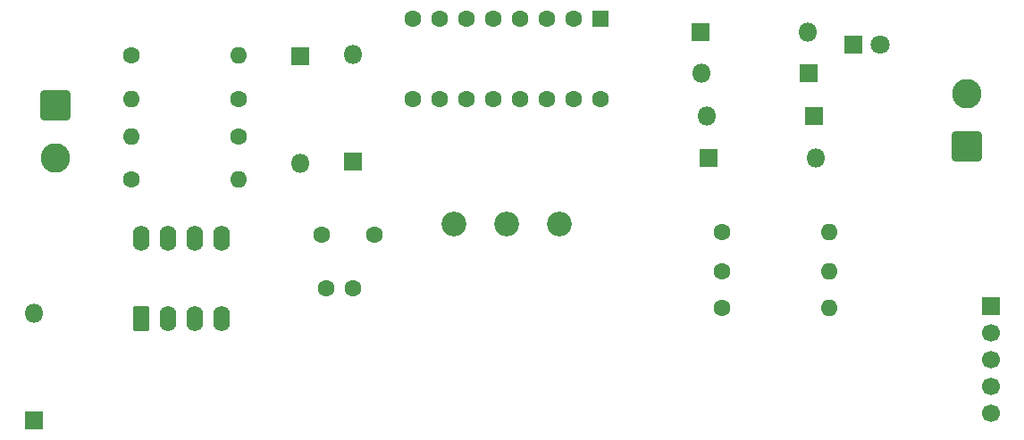
<source format=gbr>
%TF.GenerationSoftware,KiCad,Pcbnew,9.0.1*%
%TF.CreationDate,2025-06-19T22:28:31-04:00*%
%TF.ProjectId,fps555-v5.2,66707335-3535-42d7-9635-2e322e6b6963,rev?*%
%TF.SameCoordinates,Original*%
%TF.FileFunction,Soldermask,Top*%
%TF.FilePolarity,Negative*%
%FSLAX46Y46*%
G04 Gerber Fmt 4.6, Leading zero omitted, Abs format (unit mm)*
G04 Created by KiCad (PCBNEW 9.0.1) date 2025-06-19 22:28:31*
%MOMM*%
%LPD*%
G01*
G04 APERTURE LIST*
G04 Aperture macros list*
%AMRoundRect*
0 Rectangle with rounded corners*
0 $1 Rounding radius*
0 $2 $3 $4 $5 $6 $7 $8 $9 X,Y pos of 4 corners*
0 Add a 4 corners polygon primitive as box body*
4,1,4,$2,$3,$4,$5,$6,$7,$8,$9,$2,$3,0*
0 Add four circle primitives for the rounded corners*
1,1,$1+$1,$2,$3*
1,1,$1+$1,$4,$5*
1,1,$1+$1,$6,$7*
1,1,$1+$1,$8,$9*
0 Add four rect primitives between the rounded corners*
20,1,$1+$1,$2,$3,$4,$5,0*
20,1,$1+$1,$4,$5,$6,$7,0*
20,1,$1+$1,$6,$7,$8,$9,0*
20,1,$1+$1,$8,$9,$2,$3,0*%
G04 Aperture macros list end*
%ADD10C,1.600000*%
%ADD11R,1.800000X1.800000*%
%ADD12O,1.800000X1.800000*%
%ADD13RoundRect,0.250000X0.550000X-0.950000X0.550000X0.950000X-0.550000X0.950000X-0.550000X-0.950000X0*%
%ADD14O,1.600000X2.400000*%
%ADD15O,1.600000X1.600000*%
%ADD16C,1.800000*%
%ADD17RoundRect,0.250001X1.149999X-1.149999X1.149999X1.149999X-1.149999X1.149999X-1.149999X-1.149999X0*%
%ADD18C,2.800000*%
%ADD19R,1.700000X1.700000*%
%ADD20C,1.700000*%
%ADD21RoundRect,0.250000X-0.550000X0.550000X-0.550000X-0.550000X0.550000X-0.550000X0.550000X0.550000X0*%
%ADD22RoundRect,0.250001X-1.149999X1.149999X-1.149999X-1.149999X1.149999X-1.149999X1.149999X1.149999X0*%
%ADD23C,2.340000*%
G04 APERTURE END LIST*
D10*
%TO.C,C2*%
X89503900Y-76899000D03*
X84503900Y-76899000D03*
%TD*%
D11*
%TO.C,D6*%
X120394639Y-57737081D03*
D12*
X130554639Y-57737081D03*
%TD*%
D13*
%TO.C,U1*%
X67453900Y-84899000D03*
D14*
X69993900Y-84899000D03*
X72533900Y-84899000D03*
X75073900Y-84899000D03*
X75073900Y-77279000D03*
X72533900Y-77279000D03*
X69993900Y-77279000D03*
X67453900Y-77279000D03*
%TD*%
D11*
%TO.C,D7*%
X130701552Y-61617072D03*
D12*
X120541552Y-61617072D03*
%TD*%
D10*
%TO.C,R5*%
X122453900Y-80399000D03*
D15*
X132613900Y-80399000D03*
%TD*%
D11*
%TO.C,D1*%
X134913900Y-58899000D03*
D16*
X137453900Y-58899000D03*
%TD*%
D10*
%TO.C,C1*%
X84953900Y-82032326D03*
X87453900Y-82032326D03*
%TD*%
D17*
%TO.C,M1*%
X145639567Y-68551775D03*
D18*
X145639567Y-63551775D03*
%TD*%
D19*
%TO.C,U3*%
X147953900Y-83739000D03*
D20*
X147953900Y-86279000D03*
X147953900Y-88819000D03*
X147953900Y-91359000D03*
X147953900Y-93899000D03*
%TD*%
D10*
%TO.C,R4*%
X66497108Y-71666498D03*
D15*
X76657108Y-71666498D03*
%TD*%
D10*
%TO.C,R2*%
X66497108Y-59899000D03*
D15*
X76657108Y-59899000D03*
%TD*%
D11*
%TO.C,D2*%
X82453900Y-59979000D03*
D12*
X82453900Y-70139000D03*
%TD*%
D21*
%TO.C,U2*%
X110941579Y-56485660D03*
D10*
X108401579Y-56485660D03*
X105861579Y-56485660D03*
X103321579Y-56485660D03*
X100781579Y-56485660D03*
X98241579Y-56485660D03*
X95701579Y-56485660D03*
X93161579Y-56485660D03*
X93161579Y-64105660D03*
X95701579Y-64105660D03*
X98241579Y-64105660D03*
X100781579Y-64105660D03*
X103321579Y-64105660D03*
X105861579Y-64105660D03*
X108401579Y-64105660D03*
X110941579Y-64105660D03*
%TD*%
D11*
%TO.C,D8*%
X57259245Y-94519000D03*
D12*
X57259245Y-84359000D03*
%TD*%
D11*
%TO.C,D4*%
X121158586Y-69666418D03*
D12*
X131318586Y-69666418D03*
%TD*%
D10*
%TO.C,R6*%
X122453900Y-76659568D03*
D15*
X132613900Y-76659568D03*
%TD*%
D10*
%TO.C,R1*%
X76657108Y-64070328D03*
D15*
X66497108Y-64070328D03*
%TD*%
D10*
%TO.C,R7*%
X122453900Y-83899000D03*
D15*
X132613900Y-83899000D03*
%TD*%
D11*
%TO.C,D5*%
X131178053Y-65670384D03*
D12*
X121018053Y-65670384D03*
%TD*%
D22*
%TO.C,J1*%
X59332944Y-64693835D03*
D18*
X59332944Y-69693835D03*
%TD*%
D10*
%TO.C,R3*%
X76657108Y-67666498D03*
D15*
X66497108Y-67666498D03*
%TD*%
D23*
%TO.C,RV1*%
X97074328Y-75930214D03*
X102074328Y-75930214D03*
X107074328Y-75930214D03*
%TD*%
D11*
%TO.C,D3*%
X87453900Y-69979000D03*
D12*
X87453900Y-59819000D03*
%TD*%
M02*

</source>
